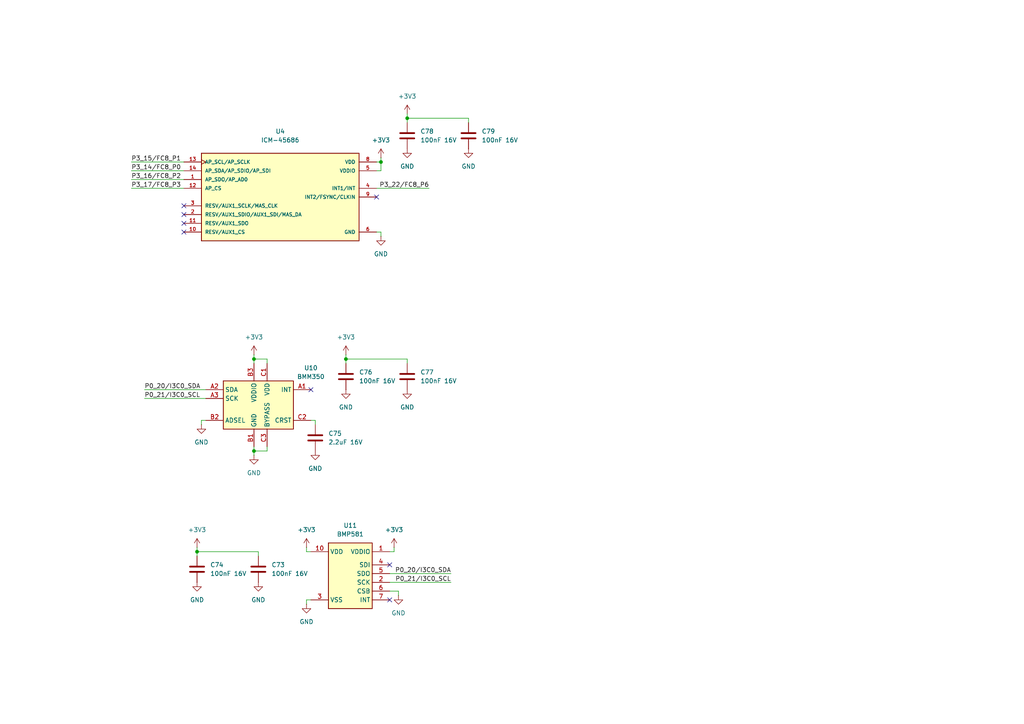
<source format=kicad_sch>
(kicad_sch (version 20231120) (generator "eeschema") (generator_version "8.0")
  (paper "A4")
  (title_block (title "MR-MCXN-T1 Sensor hub") (date "2025-01-17") (rev "X0") (company "NXP SEMICONDUCTORS B.V.") (comment 1 "CLASSIFICATION: INTERNAL USE ONLY") (comment 3 "DESIGNER: YOURI TILS") (comment 4 "CTO SYSTEM INNOVATIONS / MOBILE ROBOTICS DOMAIN"))
  (lib_symbols
    (symbol "Device:C" (pin_numbers hide) (pin_names (offset 0.254))
      (property "Reference" "C" (at 0.635 2.54 0))
      (property "Value" "C" (at 0.635 -2.54 0))
      (symbol "C_0_1"
        (polyline (pts (xy -2.032 -0.762) (xy 2.032 -0.762)) (stroke (width 0.508)))
        (polyline (pts (xy -2.032 0.762) (xy 2.032 0.762)) (stroke (width 0.508)))
      )
      (symbol "C_1_1"
        (pin passive line (at 0 3.81 270) (length 2.794) (name "~") (number "1"))
        (pin passive line (at 0 -3.81 90) (length 2.794) (name "~") (number "2"))
      )
    )
    (symbol "Sensors:BMM350"
      (property "Reference" "U" (at 19.304 7.62 0))
      (property "Value" "BMM350" (at 19.304 5.08 0))
      (symbol "BMM350_1_1"
        (rectangle (start 5.08 2.54) (end 25.4 -11.43) (stroke (width 0.254)) (fill (type background)))
        (pin passive line (at 30.48 0 180) (length 5.08) (name "INT") (number "A1"))
        (pin passive line (at 0 0 0) (length 5.08) (name "SDA") (number "A2"))
        (pin passive line (at 0 -2.54 0) (length 5.08) (name "SCK") (number "A3"))
        (pin passive line (at 13.97 -16.51 90) (length 5.08) (name "GND") (number "B1"))
        (pin passive line (at 0 -8.89 0) (length 5.08) (name "ADSEL") (number "B2"))
        (pin passive line (at 13.97 7.62 270) (length 5.08) (name "VDDIO") (number "B3"))
        (pin passive line (at 17.78 7.62 270) (length 5.08) (name "VDD") (number "C1"))
        (pin passive line (at 30.48 -8.89 180) (length 5.08) (name "CRST") (number "C2"))
        (pin passive line (at 17.78 -16.51 90) (length 5.08) (name "BYPASS") (number "C3"))
      )
    )
    (symbol "Sensors:BMP581"
      (property "Reference" "U" (at 5.334 7.366 0))
      (property "Value" "BMP581" (at 5.334 4.826 0))
      (symbol "BMP581_1_1"
        (rectangle (start 5.08 2.54) (end 17.78 -16.51) (stroke (width 0.254)) (fill (type background)))
        (pin passive line (at 22.86 0 180) (length 5.08) (name "VDDIO") (number "1"))
        (pin passive line (at 0 0 0) (length 5.08) (name "VDD") (number "10"))
        (pin passive line (at 22.86 -8.89 180) (length 5.08) (name "SCK") (number "2"))
        (pin passive line (at 0 -13.97 0) (length 5.08) (name "VSS") (number "3"))
        (pin passive line (at 22.86 -3.81 180) (length 5.08) (name "SDI") (number "4"))
        (pin passive line (at 22.86 -6.35 180) (length 5.08) (name "SDO") (number "5"))
        (pin passive line (at 22.86 -11.43 180) (length 5.08) (name "CSB") (number "6"))
        (pin passive line (at 22.86 -13.97 180) (length 5.08) (name "INT") (number "7"))
        (pin passive line (at 0 -13.97 0) (length 5.08) hide (name "VSS") (number "8"))
        (pin passive line (at 0 -13.97 0) (length 5.08) hide (name "VSS") (number "9"))
      )
    )
    (symbol "Sensors:ICM-45686" (pin_names (offset 1.016))
      (property "Reference" "U" (at -40.386 17.272 0))
      (property "Value" "ICM-45686" (at -40.132 -9.906 0))
      (symbol "ICM-45686_0_0"
        (rectangle (start -40.64 16.51) (end 5.08 -8.89) (stroke (width 0.254)) (fill (type background)))
        (pin output line (at -45.72 8.89 0) (length 5.08) (name "AP_SDO/AP_AD0") (number "1"))
        (pin input line (at -45.72 -6.35 0) (length 5.08) (name "RESV/AUX1_CS") (number "10"))
        (pin output line (at -45.72 -3.81 0) (length 5.08) (name "RESV/AUX1_SDO") (number "11"))
        (pin input line (at -45.72 6.35 0) (length 5.08) (name "AP_CS") (number "12"))
        (pin input clock (at -45.72 13.97 0) (length 5.08) (name "AP_SCL/AP_SCLK") (number "13"))
        (pin bidirectional line (at -45.72 11.43 0) (length 5.08) (name "AP_SDA/AP_SDIO/AP_SDI") (number "14"))
        (pin bidirectional line (at -45.72 -1.27 0) (length 5.08) (name "RESV/AUX1_SDIO/AUX1_SDI/MAS_DA") (number "2"))
        (pin input line (at -45.72 1.27 0) (length 5.08) (name "RESV/AUX1_SCLK/MAS_CLK") (number "3"))
        (pin output line (at 10.16 6.35 180) (length 5.08) (name "INT1/INT") (number "4"))
        (pin power_in line (at 10.16 11.43 180) (length 5.08) (name "VDDIO") (number "5"))
        (pin power_in line (at 10.16 -6.35 180) (length 5.08) (name "GND") (number "6"))
        (pin no_connect line (at 10.16 1.27 180) (length 5.08) hide (name "RESV") (number "7"))
        (pin power_in line (at 10.16 13.97 180) (length 5.08) (name "VDD") (number "8"))
        (pin bidirectional line (at 10.16 3.81 180) (length 5.08) (name "INT2/FSYNC/CLKIN") (number "9"))
      )
    )
    (symbol "power:+3V3" (power) (pin_numbers hide) (pin_names (offset 0) hide)
      (property "Value" "+3V3" (at 0 3.556 0))
      (symbol "+3V3_0_1"
        (polyline (pts (xy -0.762 1.27) (xy 0 2.54)))
        (polyline (pts (xy 0 0) (xy 0 2.54)))
        (polyline (pts (xy 0 2.54) (xy 0.762 1.27)))
      )
      (symbol "+3V3_1_1"
        (pin power_in line (at 0 0 90) (length 0) (name "~") (number "1"))
      )
    )
    (symbol "power:GND" (power) (pin_numbers hide) (pin_names (offset 0) hide)
      (property "Value" "GND" (at 0 -3.81 0))
      (symbol "GND_0_1"
        (polyline (pts (xy 0 0) (xy 0 -1.27) (xy 1.27 -1.27) (xy 0 -2.54) (xy -1.27 -1.27) (xy 0 -1.27)))
      )
      (symbol "GND_1_1"
        (pin power_in line (at 0 0 270) (length 0) (name "~") (number "1"))
      )
    )
  )
  (junction (at 118.11 34.29))
  (junction (at 57.15 160.02))
  (junction (at 110.49 46.99))
  (junction (at 73.66 130.81))
  (junction (at 73.66 104.14))
  (junction (at 100.33 104.14))
  (no_connect (at 109.22 57.15))
  (no_connect (at 53.34 64.77))
  (no_connect (at 53.34 67.31))
  (no_connect (at 53.34 59.69))
  (no_connect (at 90.17 113.03))
  (no_connect (at 53.34 62.23))
  (no_connect (at 113.03 163.83))
  (no_connect (at 113.03 173.99))
  (wire (pts (xy 113.03 168.91) (xy 130.81 168.91)))
  (wire (pts (xy 118.11 35.56) (xy 118.11 34.29)))
  (wire (pts (xy 73.66 104.14) (xy 77.47 104.14)))
  (wire (pts (xy 135.89 34.29) (xy 135.89 35.56)))
  (wire (pts (xy 77.47 104.14) (xy 77.47 105.41)))
  (wire (pts (xy 38.1 54.61) (xy 53.34 54.61)))
  (wire (pts (xy 114.3 160.02) (xy 114.3 158.75)))
  (wire (pts (xy 88.9 173.99) (xy 90.17 173.99)))
  (wire (pts (xy 38.1 52.07) (xy 53.34 52.07)))
  (wire (pts (xy 110.49 68.58) (xy 110.49 67.31)))
  (wire (pts (xy 113.03 166.37) (xy 130.81 166.37)))
  (wire (pts (xy 38.1 46.99) (xy 53.34 46.99)))
  (wire (pts (xy 41.91 113.03) (xy 59.69 113.03)))
  (wire (pts (xy 100.33 104.14) (xy 118.11 104.14)))
  (wire (pts (xy 110.49 46.99) (xy 110.49 49.53)))
  (wire (pts (xy 73.66 130.81) (xy 73.66 132.08)))
  (wire (pts (xy 100.33 102.87) (xy 100.33 104.14)))
  (wire (pts (xy 57.15 160.02) (xy 57.15 161.29)))
  (wire (pts (xy 38.1 49.53) (xy 53.34 49.53)))
  (wire (pts (xy 58.42 123.19) (xy 58.42 121.92)))
  (wire (pts (xy 110.49 67.31) (xy 109.22 67.31)))
  (wire (pts (xy 90.17 121.92) (xy 91.44 121.92)))
  (wire (pts (xy 90.17 160.02) (xy 88.9 160.02)))
  (wire (pts (xy 73.66 102.87) (xy 73.66 104.14)))
  (wire (pts (xy 88.9 173.99) (xy 88.9 175.26)))
  (wire (pts (xy 113.03 160.02) (xy 114.3 160.02)))
  (wire (pts (xy 115.57 171.45) (xy 113.03 171.45)))
  (wire (pts (xy 110.49 45.72) (xy 110.49 46.99)))
  (wire (pts (xy 73.66 129.54) (xy 73.66 130.81)))
  (wire (pts (xy 110.49 49.53) (xy 109.22 49.53)))
  (wire (pts (xy 118.11 33.02) (xy 118.11 34.29)))
  (wire (pts (xy 88.9 160.02) (xy 88.9 158.75)))
  (wire (pts (xy 91.44 121.92) (xy 91.44 123.19)))
  (wire (pts (xy 118.11 34.29) (xy 135.89 34.29)))
  (wire (pts (xy 115.57 171.45) (xy 115.57 172.72)))
  (wire (pts (xy 100.33 105.41) (xy 100.33 104.14)))
  (wire (pts (xy 74.93 160.02) (xy 57.15 160.02)))
  (wire (pts (xy 74.93 161.29) (xy 74.93 160.02)))
  (wire (pts (xy 77.47 130.81) (xy 77.47 129.54)))
  (wire (pts (xy 73.66 130.81) (xy 77.47 130.81)))
  (wire (pts (xy 118.11 104.14) (xy 118.11 105.41)))
  (wire (pts (xy 58.42 121.92) (xy 59.69 121.92)))
  (wire (pts (xy 41.91 115.57) (xy 59.69 115.57)))
  (wire (pts (xy 109.22 54.61) (xy 124.46 54.61)))
  (wire (pts (xy 57.15 158.75) (xy 57.15 160.02)))
  (wire (pts (xy 73.66 104.14) (xy 73.66 105.41)))
  (wire (pts (xy 109.22 46.99) (xy 110.49 46.99)))
  (label "P3_16{slash}FC8_P2" (at 38.1 52.07 0))
  (label "P0_20{slash}I3C0_SDA" (at 130.81 166.37 180))
  (label "P3_22{slash}FC8_P6" (at 124.46 54.61 180))
  (label "P0_21{slash}I3C0_SCL" (at 41.91 115.57 0))
  (label "P0_21{slash}I3C0_SCL" (at 130.81 168.91 180))
  (label "P0_20{slash}I3C0_SDA" (at 41.91 113.03 0))
  (label "P3_17{slash}FC8_P3" (at 38.1 54.61 0))
  (label "P3_15{slash}FC8_P1" (at 38.1 46.99 0))
  (label "P3_14{slash}FC8_P0" (at 38.1 49.53 0))
  (symbol (lib_id "power:+3V3") (at 88.9 158.75 0) (unit 1)
    (property "Reference" "#PWR0146" (effects (hide yes)))
    (property "Value" "+3V3" (at 88.9 153.67 0))
    (property "Description" "Power symbol creates a global label with name \"+3V3\"" (effects (hide yes)))
  )
  (symbol (lib_id "power:GND") (at 118.11 43.18 0) (unit 1)
    (property "Reference" "#PWR0162" (effects (hide yes)))
    (property "Value" "GND" (at 118.11 48.26 0))
    (property "Description" "Power symbol creates a global label with name \"GND\" , ground" (effects (hide yes)))
  )
  (symbol (lib_id "power:+3V3") (at 110.49 45.72 0) (unit 1)
    (property "Reference" "#PWR0148" (effects (hide yes)))
    (property "Value" "+3V3" (at 110.49 40.64 0))
    (property "Description" "Power symbol creates a global label with name \"+3V3\"" (effects (hide yes)))
  )
  (symbol (lib_id "power:GND") (at 91.44 130.81 0) (unit 1)
    (property "Reference" "#PWR0153" (effects (hide yes)))
    (property "Value" "GND" (at 91.44 135.89 0))
    (property "Description" "Power symbol creates a global label with name \"GND\" , ground" (effects (hide yes)))
  )
  (symbol (lib_id "Sensors:ICM-45686") (at 99.06 60.96 0) (unit 1)
    (property "Reference" "U4" (at 81.28 38.1 0))
    (property "Value" "ICM-45686" (at 81.28 40.64 0))
    (property "Footprint" "Sensors:IC_ICM-45686" (effects (hide yes)))
    (property "PARTREV" "0.2" (effects (hide yes)))
    (property "STANDARD" "Manufacturer Recommendations" (effects (hide yes)))
    (property "MAXIMUM_PACKAGE_HEIGHT" "0.86mm" (effects (hide yes)))
    (property "MANUFACTURER" "TDK InvenSense" (effects (hide yes)))
    (property "MF" "TDK InvenSense" (effects (hide yes)))
    (property "MFPN" "ICM-45686" (effects (hide yes)))
    (property "Supplier" "JLCPCB" (effects (hide yes)))
    (property "Supplier PN" "C22459454" (effects (hide yes)))
  )
  (symbol (lib_id "power:GND") (at 110.49 68.58 0) (unit 1)
    (property "Reference" "#PWR0160" (effects (hide yes)))
    (property "Value" "GND" (at 110.49 73.66 0))
    (property "Description" "Power symbol creates a global label with name \"GND\" , ground" (effects (hide yes)))
  )
  (symbol (lib_id "power:GND") (at 115.57 172.72 0) (unit 1)
    (property "Reference" "#PWR0151" (effects (hide yes)))
    (property "Value" "GND" (at 115.57 177.8 0))
    (property "Description" "Power symbol creates a global label with name \"GND\" , ground" (effects (hide yes)))
  )
  (symbol (lib_id "Device:C") (at 91.44 127 0) (unit 1)
    (property "Reference" "C75" (at 95.25 125.7299 0) (effects (justify left)))
    (property "Value" "2.2uF 16V" (at 95.25 128.2699 0) (effects (justify left)))
    (property "Footprint" "Capacitor_SMD:C_0805_2012Metric" (effects (hide yes)))
    (property "Description" "Unpolarized capacitor" (effects (hide yes)))
    (property "Supplier" "JLCPCB" (effects (hide yes)))
    (property "MF" "Samsung Electro-Mechanics" (effects (hide yes)))
    (property "MFPN" "CL21B225KAFNNNE " (effects (hide yes)))
    (property "Supplier PN" "C19110" (effects (hide yes)))
  )
  (symbol (lib_id "Device:C") (at 118.11 109.22 0) (unit 1)
    (property "Reference" "C77" (at 121.92 107.9499 0) (effects (justify left)))
    (property "Value" "100nF 16V" (at 121.92 110.4899 0) (effects (justify left)))
    (property "Footprint" "Capacitor_SMD:C_0402_1005Metric" (effects (hide yes)))
    (property "Description" "Unpolarized capacitor" (effects (hide yes)))
    (property "Supplier" "JLCPCB" (effects (hide yes)))
    (property "MF" "Samsung Electro-Mechanics" (effects (hide yes)))
    (property "MFPN" "CL05B104KO5NNNC" (effects (hide yes)))
    (property "Supplier PN" "C1525" (effects (hide yes)))
  )
  (symbol (lib_id "Device:C") (at 135.89 39.37 0) (unit 1)
    (property "Reference" "C79" (at 139.7 38.0999 0) (effects (justify left)))
    (property "Value" "100nF 16V" (at 139.7 40.6399 0) (effects (justify left)))
    (property "Footprint" "Capacitor_SMD:C_0402_1005Metric" (effects (hide yes)))
    (property "Description" "Unpolarized capacitor" (effects (hide yes)))
    (property "Supplier" "JLCPCB" (effects (hide yes)))
    (property "MF" "Samsung Electro-Mechanics" (effects (hide yes)))
    (property "MFPN" "CL05B104KO5NNNC" (effects (hide yes)))
    (property "Supplier PN" "C1525" (effects (hide yes)))
  )
  (symbol (lib_id "power:GND") (at 100.33 113.03 0) (unit 1)
    (property "Reference" "#PWR0155" (effects (hide yes)))
    (property "Value" "GND" (at 100.33 118.11 0))
    (property "Description" "Power symbol creates a global label with name \"GND\" , ground" (effects (hide yes)))
  )
  (symbol (lib_id "power:GND") (at 135.89 43.18 0) (unit 1)
    (property "Reference" "#PWR0163" (effects (hide yes)))
    (property "Value" "GND" (at 135.89 48.26 0))
    (property "Description" "Power symbol creates a global label with name \"GND\" , ground" (effects (hide yes)))
  )
  (symbol (lib_id "power:GND") (at 118.11 113.03 0) (unit 1)
    (property "Reference" "#PWR0156" (effects (hide yes)))
    (property "Value" "GND" (at 118.11 118.11 0))
    (property "Description" "Power symbol creates a global label with name \"GND\" , ground" (effects (hide yes)))
  )
  (symbol (lib_id "Device:C") (at 74.93 165.1 180) (unit 1)
    (property "Reference" "C73" (at 78.74 163.8299 0) (effects (justify right)))
    (property "Value" "100nF 16V" (at 78.74 166.3699 0) (effects (justify right)))
    (property "Footprint" "Capacitor_SMD:C_0402_1005Metric" (effects (hide yes)))
    (property "Description" "Unpolarized capacitor" (effects (hide yes)))
    (property "Supplier" "JLCPCB" (effects (hide yes)))
    (property "MF" "Samsung Electro-Mechanics" (effects (hide yes)))
    (property "MFPN" "CL05B104KO5NNNC" (effects (hide yes)))
    (property "Supplier PN" "C1525" (effects (hide yes)))
  )
  (symbol (lib_id "power:+3V3") (at 73.66 102.87 0) (unit 1)
    (property "Reference" "#PWR0147" (effects (hide yes)))
    (property "Value" "+3V3" (at 73.66 97.79 0))
    (property "Description" "Power symbol creates a global label with name \"+3V3\"" (effects (hide yes)))
  )
  (symbol (lib_id "power:+3V3") (at 114.3 158.75 0) (unit 1)
    (property "Reference" "#PWR0145" (effects (hide yes)))
    (property "Value" "+3V3" (at 114.3 153.67 0))
    (property "Description" "Power symbol creates a global label with name \"+3V3\"" (effects (hide yes)))
  )
  (symbol (lib_id "Device:C") (at 57.15 165.1 180) (unit 1)
    (property "Reference" "C74" (at 60.96 163.8299 0) (effects (justify right)))
    (property "Value" "100nF 16V" (at 60.96 166.3699 0) (effects (justify right)))
    (property "Footprint" "Capacitor_SMD:C_0402_1005Metric" (effects (hide yes)))
    (property "Description" "Unpolarized capacitor" (effects (hide yes)))
    (property "Supplier" "JLCPCB" (effects (hide yes)))
    (property "MF" "Samsung Electro-Mechanics" (effects (hide yes)))
    (property "MFPN" "CL05B104KO5NNNC" (effects (hide yes)))
    (property "Supplier PN" "C1525" (effects (hide yes)))
  )
  (symbol (lib_id "power:GND") (at 73.66 132.08 0) (unit 1)
    (property "Reference" "#PWR0152" (effects (hide yes)))
    (property "Value" "GND" (at 73.66 137.16 0))
    (property "Description" "Power symbol creates a global label with name \"GND\" , ground" (effects (hide yes)))
  )
  (symbol (lib_id "Sensors:BMP581") (at 90.17 160.02 0) (unit 1)
    (property "Reference" "U11" (at 101.6 152.4 0))
    (property "Value" "BMP581" (at 101.6 154.94 0))
    (property "Footprint" "Sensors:BMP581" (effects (hide yes)))
    (property "Datasheet" "https://www.bosch-sensortec.com/media/boschsensortec/downloads/datasheets/bst-bmp581-ds004.pdf" (effects (hide yes)))
    (property "Description" "Pressure Sensor 4.35PSI ~ 18.13PSI (30kPa ~ 125kPa) Absolute 10-WFLGA" (effects (hide yes)))
    (property "Supplier" "JLCPCB" (effects (hide yes)))
    (property "MF" "Bosch Sensortec" (effects (hide yes)))
    (property "MFPN" "BMP581" (effects (hide yes)))
    (property "Supplier PN" "C5362283" (effects (hide yes)))
  )
  (symbol (lib_id "power:GND") (at 57.15 168.91 0) (unit 1)
    (property "Reference" "#PWR0158" (effects (hide yes)))
    (property "Value" "GND" (at 57.15 173.99 0))
    (property "Description" "Power symbol creates a global label with name \"GND\" , ground" (effects (hide yes)))
  )
  (symbol (lib_id "power:+3V3") (at 118.11 33.02 0) (unit 1)
    (property "Reference" "#PWR0161" (effects (hide yes)))
    (property "Value" "+3V3" (at 118.11 27.94 0))
    (property "Description" "Power symbol creates a global label with name \"+3V3\"" (effects (hide yes)))
  )
  (symbol (lib_id "power:GND") (at 74.93 168.91 0) (unit 1)
    (property "Reference" "#PWR0149" (effects (hide yes)))
    (property "Value" "GND" (at 74.93 173.99 0))
    (property "Description" "Power symbol creates a global label with name \"GND\" , ground" (effects (hide yes)))
  )
  (symbol (lib_id "power:GND") (at 88.9 175.26 0) (unit 1)
    (property "Reference" "#PWR0150" (effects (hide yes)))
    (property "Value" "GND" (at 88.9 180.34 0))
    (property "Description" "Power symbol creates a global label with name \"GND\" , ground" (effects (hide yes)))
  )
  (symbol (lib_id "power:GND") (at 58.42 123.19 0) (unit 1)
    (property "Reference" "#PWR0154" (effects (hide yes)))
    (property "Value" "GND" (at 58.42 128.27 0))
    (property "Description" "Power symbol creates a global label with name \"GND\" , ground" (effects (hide yes)))
  )
  (symbol (lib_id "Device:C") (at 100.33 109.22 0) (unit 1)
    (property "Reference" "C76" (at 104.14 107.9499 0) (effects (justify left)))
    (property "Value" "100nF 16V" (at 104.14 110.4899 0) (effects (justify left)))
    (property "Footprint" "Capacitor_SMD:C_0402_1005Metric" (effects (hide yes)))
    (property "Description" "Unpolarized capacitor" (effects (hide yes)))
    (property "Supplier" "JLCPCB" (effects (hide yes)))
    (property "MF" "Samsung Electro-Mechanics" (effects (hide yes)))
    (property "MFPN" "CL05B104KO5NNNC" (effects (hide yes)))
    (property "Supplier PN" "C1525" (effects (hide yes)))
  )
  (symbol (lib_id "power:+3V3") (at 100.33 102.87 0) (unit 1)
    (property "Reference" "#PWR0157" (effects (hide yes)))
    (property "Value" "+3V3" (at 100.33 97.79 0))
    (property "Description" "Power symbol creates a global label with name \"+3V3\"" (effects (hide yes)))
  )
  (symbol (lib_id "power:+3V3") (at 57.15 158.75 0) (unit 1)
    (property "Reference" "#PWR0159" (effects (hide yes)))
    (property "Value" "+3V3" (at 57.15 153.67 0))
    (property "Description" "Power symbol creates a global label with name \"+3V3\"" (effects (hide yes)))
  )
  (symbol (lib_id "Device:C") (at 118.11 39.37 0) (unit 1)
    (property "Reference" "C78" (at 121.92 38.0999 0) (effects (justify left)))
    (property "Value" "100nF 16V" (at 121.92 40.6399 0) (effects (justify left)))
    (property "Footprint" "Capacitor_SMD:C_0402_1005Metric" (effects (hide yes)))
    (property "Description" "Unpolarized capacitor" (effects (hide yes)))
    (property "Supplier" "JLCPCB" (effects (hide yes)))
    (property "MF" "Samsung Electro-Mechanics" (effects (hide yes)))
    (property "MFPN" "CL05B104KO5NNNC" (effects (hide yes)))
    (property "Supplier PN" "C1525" (effects (hide yes)))
  )
  (symbol (lib_id "Sensors:BMM350") (at 59.69 113.03 0) (unit 1)
    (property "Reference" "U10" (at 90.17 106.7114 0))
    (property "Value" "BMM350" (at 90.17 109.2514 0))
    (property "Footprint" "Sensors:BGA9C40P3X3_128X128X54" (effects (hide yes)))
    (property "Datasheet" "https://www.bosch-sensortec.com/media/boschsensortec/downloads/datasheets/bst-bmm350-ds001.pdf" (effects (hide yes)))
    (property "Description" "Board Mount Hall Effect / Magnetic Sensors High-Performance Magnometer" (effects (hide yes)))
    (property "Supplier" "JLCPCB" (effects (hide yes)))
    (property "MF" "Bosch Sensortec" (effects (hide yes)))
    (property "MFPN" "BMM350" (effects (hide yes)))
    (property "Supplier PN" "C17225907" (effects (hide yes)))
  )
)
</source>
